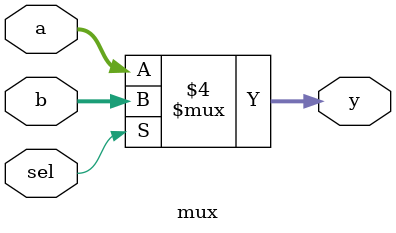
<source format=v>
module mux(a,b,sel,y);
	input [31:0] a,b;
	input sel;
	output [31:0] y;
	reg [31:0]  y;
	always @ (a or b or sel)
		begin
			if (sel == 1'b0)
				 y=a;
			else
				 y=b;
			end
endmodule
</source>
